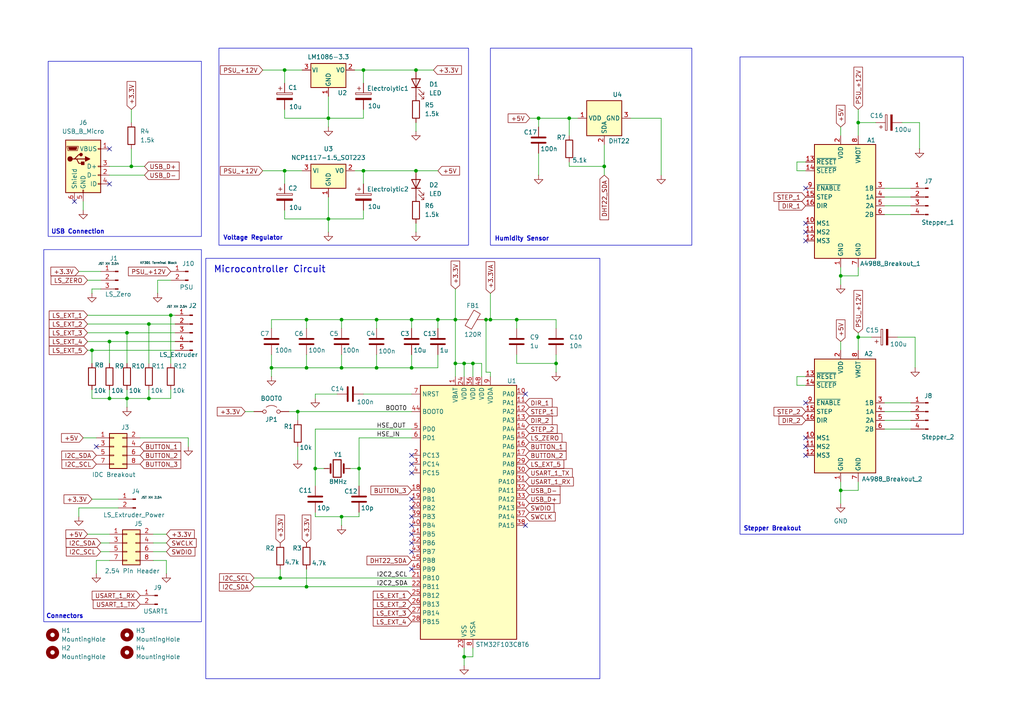
<source format=kicad_sch>
(kicad_sch (version 20231120) (generator "eeschema") (generator_version "8.0")
  (paper "A4")
  (lib_symbols
    (symbol "Connector:Conn_01x02_Pin" (pin_names (offset 1.016) hide)
      (property "Reference" "J" (at 0 2.54 0))
      (property "Value" "Conn_01x02_Pin" (at 0 -5.08 0))
      (symbol "Conn_01x02_Pin_1_1"
        (pin passive line (at 5.08 0 180) (length 3.81) (name "Pin_1") (number "1"))
        (pin passive line (at 5.08 -2.54 180) (length 3.81) (name "Pin_2") (number "2"))
      )
    )
    (symbol "Connector:Conn_01x03_Pin" (pin_names (offset 1.016) hide)
      (property "Reference" "J" (at 0 5.08 0))
      (property "Value" "Conn_01x03_Pin" (at 0 -5.08 0))
      (symbol "Conn_01x03_Pin_1_1"
        (pin passive line (at 5.08 2.54 180) (length 3.81) (name "Pin_1") (number "1"))
        (pin passive line (at 5.08 0 180) (length 3.81) (name "Pin_2") (number "2"))
        (pin passive line (at 5.08 -2.54 180) (length 3.81) (name "Pin_3") (number "3"))
      )
    )
    (symbol "Connector:Conn_01x04_Pin" (pin_names (offset 1.016) hide)
      (property "Reference" "J" (at 0 5.08 0))
      (property "Value" "Conn_01x04_Pin" (at 0 -7.62 0))
      (symbol "Conn_01x04_Pin_1_1"
        (pin passive line (at 5.08 2.54 180) (length 3.81) (name "Pin_1") (number "1"))
        (pin passive line (at 5.08 0 180) (length 3.81) (name "Pin_2") (number "2"))
        (pin passive line (at 5.08 -2.54 180) (length 3.81) (name "Pin_3") (number "3"))
        (pin passive line (at 5.08 -5.08 180) (length 3.81) (name "Pin_4") (number "4"))
      )
    )
    (symbol "Connector:Conn_01x05_Pin" (pin_names (offset 1.016) hide)
      (property "Reference" "J" (at 0 7.62 0))
      (property "Value" "Conn_01x05_Pin" (at 0 -7.62 0))
      (symbol "Conn_01x05_Pin_1_1"
        (pin passive line (at 5.08 5.08 180) (length 3.81) (name "Pin_1") (number "1"))
        (pin passive line (at 5.08 2.54 180) (length 3.81) (name "Pin_2") (number "2"))
        (pin passive line (at 5.08 0 180) (length 3.81) (name "Pin_3") (number "3"))
        (pin passive line (at 5.08 -2.54 180) (length 3.81) (name "Pin_4") (number "4"))
        (pin passive line (at 5.08 -5.08 180) (length 3.81) (name "Pin_5") (number "5"))
      )
    )
    (symbol "Connector:USB_B_Micro" (pin_names (offset 1.016))
      (property "Reference" "J" (at -5.08 11.43 0))
      (property "Value" "USB_B_Micro" (at -5.08 8.89 0))
      (symbol "USB_B_Micro_1_1"
        (pin power_out line (at 7.62 5.08 180) (length 2.54) (name "VBUS") (number "1"))
        (pin bidirectional line (at 7.62 -2.54 180) (length 2.54) (name "D-") (number "2"))
        (pin bidirectional line (at 7.62 0 180) (length 2.54) (name "D+") (number "3"))
        (pin passive line (at 7.62 -5.08 180) (length 2.54) (name "ID") (number "4"))
        (pin power_out line (at 0 -10.16 90) (length 2.54) (name "GND") (number "5"))
        (pin passive line (at -2.54 -10.16 90) (length 2.54) (name "Shield") (number "6"))
      )
    )
    (symbol "Connector_Generic:Conn_02x04_Odd_Even" (pin_names (offset 1.016) hide)
      (property "Reference" "J" (at 1.27 5.08 0))
      (property "Value" "Conn_02x04_Odd_Even" (at 1.27 -7.62 0))
      (symbol "Conn_02x04_Odd_Even_1_1"
        (pin passive line (at -5.08 2.54 0) (length 3.81) (name "Pin_1") (number "1"))
        (pin passive line (at 7.62 2.54 180) (length 3.81) (name "Pin_2") (number "2"))
        (pin passive line (at -5.08 0 0) (length 3.81) (name "Pin_3") (number "3"))
        (pin passive line (at 7.62 0 180) (length 3.81) (name "Pin_4") (number "4"))
        (pin passive line (at -5.08 -2.54 0) (length 3.81) (name "Pin_5") (number "5"))
        (pin passive line (at 7.62 -2.54 180) (length 3.81) (name "Pin_6") (number "6"))
        (pin passive line (at -5.08 -5.08 0) (length 3.81) (name "Pin_7") (number "7"))
        (pin passive line (at 7.62 -5.08 180) (length 3.81) (name "Pin_8") (number "8"))
      )
    )
    (symbol "Device:C" (pin_numbers hide) (pin_names (offset 0.254))
      (property "Reference" "C" (at 0.635 2.54 0))
      (property "Value" "C" (at 0.635 -2.54 0))
      (symbol "C_1_1"
        (pin passive line (at 0 3.81 270) (length 2.794) (name "~") (number "1"))
        (pin passive line (at 0 -3.81 90) (length 2.794) (name "~") (number "2"))
      )
    )
    (symbol "Device:C_Polarized" (pin_numbers hide) (pin_names (offset 0.254))
      (property "Reference" "C" (at 0.635 2.54 0))
      (property "Value" "C_Polarized" (at 0.635 -2.54 0))
      (symbol "C_Polarized_1_1"
        (pin passive line (at 0 3.81 270) (length 2.794) (name "~") (number "1"))
        (pin passive line (at 0 -3.81 90) (length 2.794) (name "~") (number "2"))
      )
    )
    (symbol "Device:Crystal" (pin_numbers hide) (pin_names (offset 1.016) hide)
      (property "Reference" "Y" (at 0 3.81 0))
      (property "Value" "Crystal" (at 0 -3.81 0))
      (symbol "Crystal_1_1"
        (pin passive line (at -3.81 0 0) (length 1.27) (name "1") (number "1"))
        (pin passive line (at 3.81 0 180) (length 1.27) (name "2") (number "2"))
      )
    )
    (symbol "Device:FerriteBead" (pin_numbers hide) (pin_names (offset 0))
      (property "Reference" "FB" (at -3.81 0.635 90))
      (property "Value" "FerriteBead" (at 3.81 0 90))
      (symbol "FerriteBead_1_1"
        (pin passive line (at 0 3.81 270) (length 2.54) (name "~") (number "1"))
        (pin passive line (at 0 -3.81 90) (length 2.54) (name "~") (number "2"))
      )
    )
    (symbol "Device:LED" (pin_numbers hide) (pin_names (offset 1.016) hide)
      (property "Reference" "D" (at 0 2.54 0))
      (property "Value" "LED" (at 0 -2.54 0))
      (symbol "LED_1_1"
        (pin passive line (at -3.81 0 0) (length 2.54) (name "K") (number "1"))
        (pin passive line (at 3.81 0 180) (length 2.54) (name "A") (number "2"))
      )
    )
    (symbol "Device:R" (pin_numbers hide) (pin_names (offset 0))
      (property "Reference" "R" (at 2.032 0 90))
      (property "Value" "R" (at 0 0 90))
      (symbol "R_1_1"
        (pin passive line (at 0 3.81 270) (length 1.27) (name "~") (number "1"))
        (pin passive line (at 0 -3.81 90) (length 1.27) (name "~") (number "2"))
      )
    )
    (symbol "Driver_Motor:Pololu_Breakout_A4988"
      (property "Reference" "A" (at -2.54 19.05 0))
      (property "Value" "Pololu_Breakout_A4988" (at -2.54 16.51 0))
      (symbol "Pololu_Breakout_A4988_1_1"
        (pin power_in line (at 0 -20.32 90) (length 2.54) (name "GND") (number "1"))
        (pin input line (at -10.16 -7.62 0) (length 2.54) (name "MS1") (number "10"))
        (pin input line (at -10.16 -10.16 0) (length 2.54) (name "MS2") (number "11"))
        (pin input line (at -10.16 -12.7 0) (length 2.54) (name "MS3") (number "12"))
        (pin input line (at -10.16 10.16 0) (length 2.54) (name "~{RESET}") (number "13"))
        (pin input line (at -10.16 7.62 0) (length 2.54) (name "~{SLEEP}") (number "14"))
        (pin input line (at -10.16 0 0) (length 2.54) (name "STEP") (number "15"))
        (pin input line (at -10.16 -2.54 0) (length 2.54) (name "DIR") (number "16"))
        (pin power_in line (at 0 17.78 270) (length 2.54) (name "VDD") (number "2"))
        (pin output line (at 12.7 2.54 180) (length 2.54) (name "1B") (number "3"))
        (pin output line (at 12.7 0 180) (length 2.54) (name "1A") (number "4"))
        (pin output line (at 12.7 -2.54 180) (length 2.54) (name "2A") (number "5"))
        (pin output line (at 12.7 -5.08 180) (length 2.54) (name "2B") (number "6"))
        (pin power_in line (at 5.08 -20.32 90) (length 2.54) (name "GND") (number "7"))
        (pin power_in line (at 5.08 17.78 270) (length 2.54) (name "VMOT") (number "8"))
        (pin input line (at -10.16 2.54 0) (length 2.54) (name "~{ENABLE}") (number "9"))
      )
    )
    (symbol "Jumper:Jumper_2_Open" (pin_numbers hide) (pin_names (offset 0) hide) (exclude_from_sim yes)
      (property "Reference" "JP" (at 0 2.794 0))
      (property "Value" "Jumper_2_Open" (at 0 -2.286 0))
      (symbol "Jumper_2_Open_1_1"
        (pin passive line (at -5.08 0 0) (length 2.54) (name "A") (number "1"))
        (pin passive line (at 5.08 0 180) (length 2.54) (name "B") (number "2"))
      )
    )
    (symbol "MCU_ST_STM32F1:STM32F103C8Tx"
      (property "Reference" "U" (at -12.7 39.37 0))
      (property "Value" "STM32F103C8Tx" (at 10.16 39.37 0))
      (symbol "STM32F103C8Tx_1_1"
        (pin power_in line (at -2.54 40.64 270) (length 2.54) (name "VBAT") (number "1"))
        (pin bidirectional line (at 17.78 35.56 180) (length 2.54) (name "PA0") (number "10"))
        (pin bidirectional line (at 17.78 33.02 180) (length 2.54) (name "PA1") (number "11"))
        (pin bidirectional line (at 17.78 30.48 180) (length 2.54) (name "PA2") (number "12"))
        (pin bidirectional line (at 17.78 27.94 180) (length 2.54) (name "PA3") (number "13"))
        (pin bidirectional line (at 17.78 25.4 180) (length 2.54) (name "PA4") (number "14"))
        (pin bidirectional line (at 17.78 22.86 180) (length 2.54) (name "PA5") (number "15"))
        (pin bidirectional line (at 17.78 20.32 180) (length 2.54) (name "PA6") (number "16"))
        (pin bidirectional line (at 17.78 17.78 180) (length 2.54) (name "PA7") (number "17"))
        (pin bidirectional line (at -15.24 7.62 0) (length 2.54) (name "PB0") (number "18"))
        (pin bidirectional line (at -15.24 5.08 0) (length 2.54) (name "PB1") (number "19"))
        (pin bidirectional line (at -15.24 17.78 0) (length 2.54) (name "PC13") (number "2"))
        (pin bidirectional line (at -15.24 2.54 0) (length 2.54) (name "PB2") (number "20"))
        (pin bidirectional line (at -15.24 -17.78 0) (length 2.54) (name "PB10") (number "21"))
        (pin bidirectional line (at -15.24 -20.32 0) (length 2.54) (name "PB11") (number "22"))
        (pin power_in line (at 0 -38.1 90) (length 2.54) (name "VSS") (number "23"))
        (pin power_in line (at 0 40.64 270) (length 2.54) (name "VDD") (number "24"))
        (pin bidirectional line (at -15.24 -22.86 0) (length 2.54) (name "PB12") (number "25"))
        (pin bidirectional line (at -15.24 -25.4 0) (length 2.54) (name "PB13") (number "26"))
        (pin bidirectional line (at -15.24 -27.94 0) (length 2.54) (name "PB14") (number "27"))
        (pin bidirectional line (at -15.24 -30.48 0) (length 2.54) (name "PB15") (number "28"))
        (pin bidirectional line (at 17.78 15.24 180) (length 2.54) (name "PA8") (number "29"))
        (pin bidirectional line (at -15.24 15.24 0) (length 2.54) (name "PC14") (number "3"))
        (pin bidirectional line (at 17.78 12.7 180) (length 2.54) (name "PA9") (number "30"))
        (pin bidirectional line (at 17.78 10.16 180) (length 2.54) (name "PA10") (number "31"))
        (pin bidirectional line (at 17.78 7.62 180) (length 2.54) (name "PA11") (number "32"))
        (pin bidirectional line (at 17.78 5.08 180) (length 2.54) (name "PA12") (number "33"))
        (pin bidirectional line (at 17.78 2.54 180) (length 2.54) (name "PA13") (number "34"))
        (pin passive line (at 0 -38.1 90) (length 2.54) hide (name "VSS") (number "35"))
        (pin power_in line (at 2.54 40.64 270) (length 2.54) (name "VDD") (number "36"))
        (pin bidirectional line (at 17.78 0 180) (length 2.54) (name "PA14") (number "37"))
        (pin bidirectional line (at 17.78 -2.54 180) (length 2.54) (name "PA15") (number "38"))
        (pin bidirectional line (at -15.24 0 0) (length 2.54) (name "PB3") (number "39"))
        (pin bidirectional line (at -15.24 12.7 0) (length 2.54) (name "PC15") (number "4"))
        (pin bidirectional line (at -15.24 -2.54 0) (length 2.54) (name "PB4") (number "40"))
        (pin bidirectional line (at -15.24 -5.08 0) (length 2.54) (name "PB5") (number "41"))
        (pin bidirectional line (at -15.24 -7.62 0) (length 2.54) (name "PB6") (number "42"))
        (pin bidirectional line (at -15.24 -10.16 0) (length 2.54) (name "PB7") (number "43"))
        (pin input line (at -15.24 30.48 0) (length 2.54) (name "BOOT0") (number "44"))
        (pin bidirectional line (at -15.24 -12.7 0) (length 2.54) (name "PB8") (number "45"))
        (pin bidirectional line (at -15.24 -15.24 0) (length 2.54) (name "PB9") (number "46"))
        (pin passive line (at 0 -38.1 90) (length 2.54) hide (name "VSS") (number "47"))
        (pin power_in line (at 5.08 40.64 270) (length 2.54) (name "VDD") (number "48"))
        (pin bidirectional line (at -15.24 25.4 0) (length 2.54) (name "PD0") (number "5"))
        (pin bidirectional line (at -15.24 22.86 0) (length 2.54) (name "PD1") (number "6"))
        (pin input line (at -15.24 35.56 0) (length 2.54) (name "NRST") (number "7"))
        (pin power_in line (at 2.54 -38.1 90) (length 2.54) (name "VSSA") (number "8"))
        (pin power_in line (at 7.62 40.64 270) (length 2.54) (name "VDDA") (number "9"))
      )
    )
    (symbol "Mechanical:MountingHole" (pin_names (offset 1.016)) (exclude_from_sim yes) (in_bom no)
      (property "Reference" "H" (at 0 5.08 0))
      (property "Value" "MountingHole" (at 0 3.175 0))
    )
    (symbol "Regulator_Linear:LM1085-3.3" (pin_names (offset 0.254))
      (property "Reference" "U" (at -3.81 3.175 0))
      (property "Value" "LM1085-3.3" (at 0 3.175 0))
      (symbol "LM1085-3.3_1_1"
        (pin power_in line (at 0 -7.62 90) (length 2.54) (name "GND") (number "1"))
        (pin power_out line (at 7.62 0 180) (length 2.54) (name "VO") (number "2"))
        (pin power_in line (at -7.62 0 0) (length 2.54) (name "VI") (number "3"))
      )
    )
    (symbol "Regulator_Linear:NCP1117-1.5_SOT223"
      (property "Reference" "U" (at -3.81 3.175 0))
      (property "Value" "NCP1117-1.5_SOT223" (at 0 3.175 0))
      (symbol "NCP1117-1.5_SOT223_1_1"
        (pin power_in line (at 0 -7.62 90) (length 2.54) (name "GND") (number "1"))
        (pin power_out line (at 7.62 0 180) (length 2.54) (name "VO") (number "2"))
        (pin power_in line (at -7.62 0 0) (length 2.54) (name "VI") (number "3"))
      )
    )
    (symbol "Sensor:AM2302"
      (property "Reference" "U" (at -3.81 6.35 0))
      (property "Value" "AM2302" (at 3.81 6.35 0))
      (symbol "AM2302_1_1"
        (pin power_in line (at 0 7.62 270) (length 2.54) (name "VDD") (number "1"))
        (pin bidirectional line (at 7.62 0 180) (length 2.54) (name "SDA") (number "2"))
        (pin power_in line (at 0 -7.62 90) (length 2.54) (name "GND") (number "3"))
        (pin passive line (at 0 -7.62 90) (length 2.54) hide (name "GND") (number "4"))
      )
    )
    (symbol "power:GND" (power) (pin_numbers hide) (pin_names (offset 0) hide)
      (property "Value" "GND" (at 0 -3.81 0))
      (symbol "GND_1_1"
        (pin power_in line (at 0 0 270) (length 0) (name "~") (number "1"))
      )
    )
  )
  (junction (at 38.1 48.26))
  (junction (at 120.65 49.53))
  (junction (at 175.26 48.26))
  (junction (at 137.16 105.41))
  (junction (at 88.9 170.18))
  (junction (at 99.06 149.86))
  (junction (at 26.67 101.6))
  (junction (at 132.08 92.71))
  (junction (at 142.24 92.71))
  (junction (at 99.06 92.71))
  (junction (at 91.44 135.89))
  (junction (at 105.41 20.32))
  (junction (at 243.84 142.24))
  (junction (at 120.65 20.32))
  (junction (at 243.84 80.01))
  (junction (at 134.62 190.5))
  (junction (at 43.18 93.98))
  (junction (at 86.36 119.38))
  (junction (at 88.9 106.68))
  (junction (at 31.75 115.57))
  (junction (at 36.83 96.52))
  (junction (at 165.1 34.29))
  (junction (at 95.25 34.29))
  (junction (at 119.38 92.71))
  (junction (at 119.38 106.68))
  (junction (at 140.97 92.71))
  (junction (at 156.21 34.29))
  (junction (at 104.14 135.89))
  (junction (at 88.9 92.71))
  (junction (at 248.92 97.79))
  (junction (at 36.83 115.57))
  (junction (at 82.55 49.53))
  (junction (at 161.29 105.41))
  (junction (at 109.22 92.71))
  (junction (at 105.41 49.53))
  (junction (at 132.08 105.41))
  (junction (at 31.75 99.06))
  (junction (at 95.25 63.5))
  (junction (at 134.62 105.41))
  (junction (at 127 92.71))
  (junction (at 248.92 35.56))
  (junction (at 109.22 106.68))
  (junction (at 81.28 167.64))
  (junction (at 149.86 92.71))
  (junction (at 43.18 115.57))
  (junction (at 99.06 106.68))
  (junction (at 49.53 91.44))
  (junction (at 78.74 106.68))
  (junction (at 82.55 20.32))
  (no_connect (at 233.68 64.77))
  (no_connect (at 31.75 53.34))
  (no_connect (at 27.94 129.54))
  (no_connect (at 233.68 129.54))
  (no_connect (at 233.68 132.08))
  (no_connect (at 233.68 54.61))
  (no_connect (at 119.38 134.62))
  (no_connect (at 233.68 116.84))
  (no_connect (at 119.38 152.4))
  (no_connect (at 119.38 144.78))
  (no_connect (at 233.68 67.31))
  (no_connect (at 119.38 160.02))
  (no_connect (at 119.38 147.32))
  (no_connect (at 21.59 58.42))
  (no_connect (at 119.38 165.1))
  (no_connect (at 119.38 137.16))
  (no_connect (at 233.68 69.85))
  (no_connect (at 119.38 157.48))
  (no_connect (at 119.38 154.94))
  (no_connect (at 119.38 132.08))
  (no_connect (at 119.38 149.86))
  (no_connect (at 152.4 114.3))
  (no_connect (at 31.75 43.18))
  (no_connect (at 233.68 127))
  (no_connect (at 152.4 152.4))
  (wire (pts (xy 86.36 119.38) (xy 86.36 121.92)))
  (wire (pts (xy 81.28 165.1) (xy 81.28 167.64)))
  (wire (pts (xy 95.25 34.29) (xy 95.25 36.83)))
  (wire (pts (xy 105.41 49.53) (xy 120.65 49.53)))
  (wire (pts (xy 256.54 116.84) (xy 264.16 116.84)))
  (wire (pts (xy 119.38 92.71) (xy 127 92.71)))
  (wire (pts (xy 156.21 34.29) (xy 156.21 36.83)))
  (wire (pts (xy 165.1 34.29) (xy 165.1 39.37)))
  (wire (pts (xy 134.62 187.96) (xy 134.62 190.5)))
  (wire (pts (xy 43.18 93.98) (xy 50.8 93.98)))
  (wire (pts (xy 127 106.68) (xy 119.38 106.68)))
  (wire (pts (xy 132.08 92.71) (xy 133.35 92.71)))
  (wire (pts (xy 88.9 92.71) (xy 99.06 92.71)))
  (wire (pts (xy 105.41 20.32) (xy 120.65 20.32)))
  (wire (pts (xy 86.36 119.38) (xy 119.38 119.38)))
  (wire (pts (xy 132.08 83.82) (xy 132.08 92.71)))
  (wire (pts (xy 243.84 77.47) (xy 243.84 80.01)))
  (wire (pts (xy 91.44 149.86) (xy 99.06 149.86)))
  (wire (pts (xy 49.53 91.44) (xy 49.53 105.41)))
  (wire (pts (xy 105.41 63.5) (xy 105.41 60.96)))
  (wire (pts (xy 43.18 115.57) (xy 36.83 115.57)))
  (wire (pts (xy 91.44 124.46) (xy 119.38 124.46)))
  (wire (pts (xy 45.72 81.28) (xy 45.72 85.09)))
  (wire (pts (xy 73.66 170.18) (xy 88.9 170.18)))
  (wire (pts (xy 256.54 124.46) (xy 264.16 124.46)))
  (wire (pts (xy 27.94 162.56) (xy 27.94 166.37)))
  (wire (pts (xy 231.14 111.76) (xy 231.14 109.22)))
  (wire (pts (xy 140.97 92.71) (xy 142.24 92.71)))
  (wire (pts (xy 36.83 96.52) (xy 50.8 96.52)))
  (wire (pts (xy 140.97 107.95) (xy 140.97 92.71)))
  (wire (pts (xy 161.29 95.25) (xy 161.29 92.71)))
  (wire (pts (xy 31.75 99.06) (xy 50.8 99.06)))
  (wire (pts (xy 120.65 64.77) (xy 120.65 67.31)))
  (wire (pts (xy 95.25 63.5) (xy 95.25 67.31)))
  (wire (pts (xy 95.25 57.15) (xy 95.25 63.5)))
  (wire (pts (xy 137.16 109.22) (xy 137.16 105.41)))
  (wire (pts (xy 31.75 115.57) (xy 36.83 115.57)))
  (wire (pts (xy 25.4 96.52) (xy 36.83 96.52)))
  (wire (pts (xy 31.75 162.56) (xy 27.94 162.56)))
  (wire (pts (xy 248.92 77.47) (xy 248.92 80.01)))
  (wire (pts (xy 26.67 115.57) (xy 31.75 115.57)))
  (wire (pts (xy 165.1 34.29) (xy 167.64 34.29)))
  (wire (pts (xy 25.4 99.06) (xy 31.75 99.06)))
  (wire (pts (xy 76.2 20.32) (xy 82.55 20.32)))
  (wire (pts (xy 101.6 135.89) (xy 104.14 135.89)))
  (wire (pts (xy 36.83 115.57) (xy 36.83 118.11)))
  (wire (pts (xy 233.68 111.76) (xy 231.14 111.76)))
  (wire (pts (xy 82.55 34.29) (xy 82.55 31.75)))
  (wire (pts (xy 25.4 101.6) (xy 26.67 101.6)))
  (wire (pts (xy 78.74 106.68) (xy 78.74 109.22)))
  (wire (pts (xy 38.1 48.26) (xy 41.91 48.26)))
  (wire (pts (xy 34.29 147.32) (xy 22.86 147.32)))
  (wire (pts (xy 31.75 113.03) (xy 31.75 115.57)))
  (wire (pts (xy 38.1 31.75) (xy 38.1 35.56)))
  (wire (pts (xy 104.14 135.89) (xy 104.14 140.97)))
  (wire (pts (xy 44.45 157.48) (xy 48.26 157.48)))
  (wire (pts (xy 88.9 170.18) (xy 119.38 170.18)))
  (wire (pts (xy 91.44 124.46) (xy 91.44 135.89)))
  (wire (pts (xy 31.75 99.06) (xy 31.75 105.41)))
  (wire (pts (xy 105.41 63.5) (xy 95.25 63.5)))
  (wire (pts (xy 231.14 46.99) (xy 233.68 46.99)))
  (wire (pts (xy 22.86 147.32) (xy 22.86 149.86)))
  (wire (pts (xy 76.2 49.53) (xy 82.55 49.53)))
  (wire (pts (xy 102.87 49.53) (xy 105.41 49.53)))
  (wire (pts (xy 256.54 59.69) (xy 264.16 59.69)))
  (wire (pts (xy 43.18 93.98) (xy 43.18 105.41)))
  (wire (pts (xy 49.53 91.44) (xy 50.8 91.44)))
  (wire (pts (xy 248.92 31.75) (xy 248.92 35.56)))
  (wire (pts (xy 105.41 49.53) (xy 105.41 53.34)))
  (wire (pts (xy 36.83 96.52) (xy 36.83 105.41)))
  (wire (pts (xy 105.41 34.29) (xy 95.25 34.29)))
  (wire (pts (xy 22.86 78.74) (xy 29.21 78.74)))
  (wire (pts (xy 149.86 105.41) (xy 161.29 105.41)))
  (wire (pts (xy 82.55 20.32) (xy 87.63 20.32)))
  (wire (pts (xy 26.67 144.78) (xy 34.29 144.78)))
  (wire (pts (xy 243.84 36.83) (xy 243.84 39.37)))
  (wire (pts (xy 243.84 139.7) (xy 243.84 142.24)))
  (wire (pts (xy 99.06 95.25) (xy 99.06 92.71)))
  (wire (pts (xy 81.28 167.64) (xy 119.38 167.64)))
  (wire (pts (xy 91.44 114.3) (xy 97.79 114.3)))
  (wire (pts (xy 78.74 102.87) (xy 78.74 106.68)))
  (wire (pts (xy 86.36 129.54) (xy 86.36 133.35)))
  (wire (pts (xy 142.24 85.09) (xy 142.24 92.71)))
  (wire (pts (xy 105.41 114.3) (xy 119.38 114.3)))
  (wire (pts (xy 99.06 102.87) (xy 99.06 106.68)))
  (wire (pts (xy 233.68 49.53) (xy 231.14 49.53)))
  (wire (pts (xy 243.84 80.01) (xy 243.84 82.55)))
  (wire (pts (xy 24.13 127) (xy 27.94 127)))
  (wire (pts (xy 29.21 157.48) (xy 31.75 157.48)))
  (wire (pts (xy 132.08 92.71) (xy 132.08 105.41)))
  (wire (pts (xy 132.08 105.41) (xy 134.62 105.41)))
  (wire (pts (xy 25.4 81.28) (xy 29.21 81.28)))
  (wire (pts (xy 49.53 81.28) (xy 45.72 81.28)))
  (wire (pts (xy 109.22 106.68) (xy 119.38 106.68)))
  (wire (pts (xy 54.61 127) (xy 54.61 129.54)))
  (wire (pts (xy 104.14 149.86) (xy 99.06 149.86)))
  (wire (pts (xy 243.84 99.06) (xy 243.84 101.6)))
  (wire (pts (xy 26.67 101.6) (xy 50.8 101.6)))
  (wire (pts (xy 48.26 166.37) (xy 48.26 162.56)))
  (wire (pts (xy 83.82 119.38) (xy 86.36 119.38)))
  (wire (pts (xy 102.87 20.32) (xy 105.41 20.32)))
  (wire (pts (xy 248.92 142.24) (xy 243.84 142.24)))
  (wire (pts (xy 231.14 49.53) (xy 231.14 46.99)))
  (wire (pts (xy 127 102.87) (xy 127 106.68)))
  (wire (pts (xy 132.08 105.41) (xy 132.08 109.22)))
  (wire (pts (xy 109.22 92.71) (xy 109.22 95.25)))
  (wire (pts (xy 88.9 102.87) (xy 88.9 106.68)))
  (wire (pts (xy 161.29 92.71) (xy 149.86 92.71)))
  (wire (pts (xy 248.92 96.52) (xy 248.92 97.79)))
  (wire (pts (xy 26.67 83.82) (xy 26.67 85.09)))
  (wire (pts (xy 137.16 105.41) (xy 134.62 105.41)))
  (wire (pts (xy 71.12 119.38) (xy 73.66 119.38)))
  (wire (pts (xy 161.29 102.87) (xy 161.29 105.41)))
  (wire (pts (xy 137.16 190.5) (xy 134.62 190.5)))
  (wire (pts (xy 134.62 109.22) (xy 134.62 105.41)))
  (wire (pts (xy 99.06 106.68) (xy 88.9 106.68)))
  (wire (pts (xy 142.24 107.95) (xy 142.24 109.22)))
  (wire (pts (xy 82.55 24.13) (xy 82.55 20.32)))
  (wire (pts (xy 88.9 95.25) (xy 88.9 92.71)))
  (wire (pts (xy 25.4 154.94) (xy 31.75 154.94)))
  (wire (pts (xy 25.4 93.98) (xy 43.18 93.98)))
  (wire (pts (xy 104.14 127) (xy 119.38 127)))
  (wire (pts (xy 26.67 113.03) (xy 26.67 115.57)))
  (wire (pts (xy 99.06 149.86) (xy 99.06 152.4)))
  (wire (pts (xy 29.21 83.82) (xy 26.67 83.82)))
  (wire (pts (xy 256.54 54.61) (xy 264.16 54.61)))
  (wire (pts (xy 175.26 48.26) (xy 175.26 50.8)))
  (wire (pts (xy 95.25 27.94) (xy 95.25 34.29)))
  (wire (pts (xy 73.66 167.64) (xy 81.28 167.64)))
  (wire (pts (xy 40.64 127) (xy 54.61 127)))
  (wire (pts (xy 109.22 102.87) (xy 109.22 106.68)))
  (wire (pts (xy 265.43 97.79) (xy 265.43 106.68)))
  (wire (pts (xy 109.22 106.68) (xy 99.06 106.68)))
  (wire (pts (xy 119.38 102.87) (xy 119.38 106.68)))
  (wire (pts (xy 82.55 63.5) (xy 95.25 63.5)))
  (wire (pts (xy 38.1 43.18) (xy 38.1 48.26)))
  (wire (pts (xy 261.62 35.56) (xy 266.7 35.56)))
  (wire (pts (xy 91.44 115.57) (xy 91.44 114.3)))
  (wire (pts (xy 260.35 97.79) (xy 265.43 97.79)))
  (wire (pts (xy 137.16 187.96) (xy 137.16 190.5)))
  (wire (pts (xy 165.1 48.26) (xy 175.26 48.26)))
  (wire (pts (xy 24.13 58.42) (xy 24.13 60.96)))
  (wire (pts (xy 91.44 148.59) (xy 91.44 149.86)))
  (wire (pts (xy 109.22 92.71) (xy 119.38 92.71)))
  (wire (pts (xy 82.55 49.53) (xy 82.55 53.34)))
  (wire (pts (xy 175.26 41.91) (xy 175.26 48.26)))
  (wire (pts (xy 252.73 97.79) (xy 248.92 97.79)))
  (wire (pts (xy 134.62 190.5) (xy 134.62 193.04)))
  (wire (pts (xy 49.53 115.57) (xy 43.18 115.57)))
  (wire (pts (xy 78.74 92.71) (xy 88.9 92.71)))
  (wire (pts (xy 43.18 113.03) (xy 43.18 115.57)))
  (wire (pts (xy 142.24 107.95) (xy 140.97 107.95)))
  (wire (pts (xy 31.75 48.26) (xy 38.1 48.26)))
  (wire (pts (xy 248.92 139.7) (xy 248.92 142.24)))
  (wire (pts (xy 82.55 34.29) (xy 95.25 34.29)))
  (wire (pts (xy 88.9 165.1) (xy 88.9 170.18)))
  (wire (pts (xy 29.21 160.02) (xy 31.75 160.02)))
  (wire (pts (xy 44.45 154.94) (xy 48.26 154.94)))
  (wire (pts (xy 139.7 109.22) (xy 139.7 105.41)))
  (wire (pts (xy 161.29 105.41) (xy 161.29 107.95)))
  (wire (pts (xy 149.86 95.25) (xy 149.86 92.71)))
  (wire (pts (xy 87.63 49.53) (xy 82.55 49.53)))
  (wire (pts (xy 93.98 135.89) (xy 91.44 135.89)))
  (wire (pts (xy 91.44 135.89) (xy 91.44 140.97)))
  (wire (pts (xy 256.54 119.38) (xy 264.16 119.38)))
  (wire (pts (xy 31.75 50.8) (xy 41.91 50.8)))
  (wire (pts (xy 256.54 121.92) (xy 264.16 121.92)))
  (wire (pts (xy 48.26 162.56) (xy 44.45 162.56)))
  (wire (pts (xy 104.14 127) (xy 104.14 135.89)))
  (wire (pts (xy 256.54 57.15) (xy 264.16 57.15)))
  (wire (pts (xy 243.84 142.24) (xy 243.84 146.05)))
  (wire (pts (xy 156.21 44.45) (xy 156.21 50.8)))
  (wire (pts (xy 105.41 20.32) (xy 105.41 24.13)))
  (wire (pts (xy 182.88 34.29) (xy 191.77 34.29)))
  (wire (pts (xy 137.16 105.41) (xy 139.7 105.41)))
  (wire (pts (xy 99.06 92.71) (xy 109.22 92.71)))
  (wire (pts (xy 44.45 160.02) (xy 48.26 160.02)))
  (wire (pts (xy 82.55 63.5) (xy 82.55 60.96)))
  (wire (pts (xy 156.21 34.29) (xy 165.1 34.29)))
  (wire (pts (xy 119.38 95.25) (xy 119.38 92.71)))
  (wire (pts (xy 248.92 35.56) (xy 254 35.56)))
  (wire (pts (xy 153.67 34.29) (xy 156.21 34.29)))
  (wire (pts (xy 120.65 49.53) (xy 127 49.53)))
  (wire (pts (xy 78.74 95.25) (xy 78.74 92.71)))
  (wire (pts (xy 25.4 91.44) (xy 49.53 91.44)))
  (wire (pts (xy 88.9 106.68) (xy 78.74 106.68)))
  (wire (pts (xy 104.14 148.59) (xy 104.14 149.86)))
  (wire (pts (xy 105.41 34.29) (xy 105.41 31.75)))
  (wire (pts (xy 26.67 101.6) (xy 26.67 105.41)))
  (wire (pts (xy 231.14 109.22) (xy 233.68 109.22)))
  (wire (pts (xy 165.1 46.99) (xy 165.1 48.26)))
  (wire (pts (xy 191.77 34.29) (xy 191.77 50.8)))
  (wire (pts (xy 248.92 35.56) (xy 248.92 39.37)))
  (wire (pts (xy 120.65 35.56) (xy 120.65 38.1)))
  (wire (pts (xy 127 92.71) (xy 127 95.25)))
  (wire (pts (xy 36.83 113.03) (xy 36.83 115.57)))
  (wire (pts (xy 149.86 92.71) (xy 142.24 92.71)))
  (wire (pts (xy 127 92.71) (xy 132.08 92.71)))
  (wire (pts (xy 120.65 20.32) (xy 125.73 20.32)))
  (wire (pts (xy 49.53 113.03) (xy 49.53 115.57)))
  (wire (pts (xy 256.54 62.23) (xy 264.16 62.23)))
  (wire (pts (xy 149.86 102.87) (xy 149.86 105.41)))
  (wire (pts (xy 248.92 80.01) (xy 243.84 80.01)))
  (wire (pts (xy 248.92 97.79) (xy 248.92 101.6)))
  (wire (pts (xy 266.7 35.56) (xy 266.7 43.18)))
  (rectangle (start 13.97 17.78) (end 58.42 68.58))
  (rectangle (start 12.7 72.39) (end 58.42 180.34))
  (rectangle (start 59.69 74.93) (end 173.99 196.85))
  (rectangle (start 63.5 13.97) (end 135.89 71.12))
  (rectangle (start 142.24 13.97) (end 200.66 71.12))
  (rectangle (start 214.63 16.51) (end 279.4 154.94))
  (text "Connectors" (at 18.796 178.816 0) (effects (font (size 1.27 1.27) (thickness 0.254) (bold yes))))
  (text "JST XH 2.54" (at 31.496 76.708 0) (effects (font (size 0.635 0.635))))
  (text "USB Connection" (at 22.606 67.31 0) (effects (font (size 1.27 1.27) (thickness 0.254) (bold yes))))
  (text "KF301 Terminal Block" (at 45.974 76.454 0) (effects (font (size 0.635 0.635))))
  (text "Humidity Sensor" (at 151.384 69.342 0) (effects (font (size 1.27 1.27) (thickness 0.254) (bold yes))))
  (text "JST XH 2.54" (at 51.308 89.154 0) (effects (font (size 0.635 0.635))))
  (text "Stepper Breakout" (at 224.028 153.416 0) (effects (font (size 1.27 1.27) (thickness 0.254) (bold yes))))
  (text "JST XH 2.54" (at 43.942 144.526 0) (effects (font (size 0.635 0.635))))
  (text "Microcontroller Circuit" (at 78.232 78.232 0) (effects (font (size 1.905 1.905) (thickness 0.254) (bold yes))))
  (text "Voltage Regulator" (at 73.406 69.088 0) (effects (font (size 1.27 1.27) (thickness 0.254) (bold yes))))
  (label "I2C2_SDA" (at 109.22 170.18 0) (effects (font (thickness 0.1588))))
  (label "HSE_IN" (at 109.22 127 0))
  (label "BOOT0" (at 111.76 119.38 0))
  (label "I2C2_SCL" (at 109.22 167.64 0) (effects (font (thickness 0.1588))))
  (label "HSE_OUT" (at 109.22 124.46 0))
  (global_label "SWDIO" (shape input) (at 48.26 160.02 0) (property "Intersheetrefs" "${INTERSHEET_REFS}" (effects (hide yes))))
  (global_label "+3.3V" (shape input) (at 125.73 20.32 0) (property "Intersheetrefs" "${INTERSHEET_REFS}" (effects (hide yes))))
  (global_label "DIR_1" (shape input) (at 233.68 59.69 180) (property "Intersheetrefs" "${INTERSHEET_REFS}" (effects (hide yes))))
  (global_label "LS_EXT_5" (shape input) (at 25.4 101.6 180) (effects (font (thickness 0.1588))) (property "Intersheetrefs" "${INTERSHEET_REFS}" (effects (hide yes))))
  (global_label "DHT22_SDA" (shape input) (at 119.38 162.56 180) (effects (font (thickness 0.1588))) (property "Intersheetrefs" "${INTERSHEET_REFS}" (effects (hide yes))))
  (global_label "PSU_+12V" (shape input) (at 76.2 20.32 180) (property "Intersheetrefs" "${INTERSHEET_REFS}" (effects (hide yes))))
  (global_label "+5V" (shape input) (at 243.84 36.83 90) (property "Intersheetrefs" "${INTERSHEET_REFS}" (effects (hide yes))))
  (global_label "BUTTON_2" (shape input) (at 152.4 132.08 0) (property "Intersheetrefs" "${INTERSHEET_REFS}" (effects (hide yes))))
  (global_label "USB_D+" (shape input) (at 152.4 144.78 0) (property "Intersheetrefs" "${INTERSHEET_REFS}" (effects (hide yes))))
  (global_label "DIR_1" (shape input) (at 152.4 116.84 0) (property "Intersheetrefs" "${INTERSHEET_REFS}" (effects (hide yes))))
  (global_label "DHT22_SDA" (shape input) (at 175.26 50.8 270) (effects (font (thickness 0.1588))) (property "Intersheetrefs" "${INTERSHEET_REFS}" (effects (hide yes))))
  (global_label "+3.3VA" (shape input) (at 142.24 85.09 90) (property "Intersheetrefs" "${INTERSHEET_REFS}" (effects (hide yes))))
  (global_label "BUTTON_3" (shape input) (at 119.38 142.24 180) (property "Intersheetrefs" "${INTERSHEET_REFS}" (effects (hide yes))))
  (global_label "+5V" (shape input) (at 25.4 154.94 180) (property "Intersheetrefs" "${INTERSHEET_REFS}" (effects (hide yes))))
  (global_label "I2C_SDA" (shape input) (at 29.21 157.48 180) (property "Intersheetrefs" "${INTERSHEET_REFS}" (effects (hide yes))))
  (global_label "+5V" (shape input) (at 24.13 127 180) (property "Intersheetrefs" "${INTERSHEET_REFS}" (effects (hide yes))))
  (global_label "USB_D-" (shape input) (at 152.4 142.24 0) (property "Intersheetrefs" "${INTERSHEET_REFS}" (effects (hide yes))))
  (global_label "STEP_2" (shape input) (at 233.68 119.38 180) (property "Intersheetrefs" "${INTERSHEET_REFS}" (effects (hide yes))))
  (global_label "+5V" (shape input) (at 243.84 99.06 90) (property "Intersheetrefs" "${INTERSHEET_REFS}" (effects (hide yes))))
  (global_label "+3.3V" (shape input) (at 71.12 119.38 180) (property "Intersheetrefs" "${INTERSHEET_REFS}" (effects (hide yes))))
  (global_label "STEP_1" (shape input) (at 152.4 119.38 0) (property "Intersheetrefs" "${INTERSHEET_REFS}" (effects (hide yes))))
  (global_label "+3.3V" (shape input) (at 81.28 157.48 90) (property "Intersheetrefs" "${INTERSHEET_REFS}" (effects (hide yes))))
  (global_label "I2C_SCL" (shape input) (at 29.21 160.02 180) (property "Intersheetrefs" "${INTERSHEET_REFS}" (effects (hide yes))))
  (global_label "I2C_SCL" (shape input) (at 27.94 134.62 180) (property "Intersheetrefs" "${INTERSHEET_REFS}" (effects (hide yes))))
  (global_label "LS_EXT_3" (shape input) (at 119.38 177.8 180) (effects (font (thickness 0.1588))) (property "Intersheetrefs" "${INTERSHEET_REFS}" (effects (hide yes))))
  (global_label "LS_EXT_4" (shape input) (at 119.38 180.34 180) (effects (font (thickness 0.1588))) (property "Intersheetrefs" "${INTERSHEET_REFS}" (effects (hide yes))))
  (global_label "LS_ZERO" (shape input) (at 152.4 127 0) (property "Intersheetrefs" "${INTERSHEET_REFS}" (effects (hide yes))))
  (global_label "+3.3V" (shape input) (at 48.26 154.94 0) (effects (font (thickness 0.1588))) (property "Intersheetrefs" "${INTERSHEET_REFS}" (effects (hide yes))))
  (global_label "LS_EXT_1" (shape input) (at 119.38 172.72 180) (effects (font (thickness 0.1588))) (property "Intersheetrefs" "${INTERSHEET_REFS}" (effects (hide yes))))
  (global_label "+3.3V" (shape input) (at 132.08 83.82 90) (property "Intersheetrefs" "${INTERSHEET_REFS}" (effects (hide yes))))
  (global_label "LS_EXT_3" (shape input) (at 25.4 96.52 180) (effects (font (thickness 0.1588))) (property "Intersheetrefs" "${INTERSHEET_REFS}" (effects (hide yes))))
  (global_label "USART_1_RX" (shape input) (at 152.4 139.7 0) (property "Intersheetrefs" "${INTERSHEET_REFS}" (effects (hide yes))))
  (global_label "+5V" (shape input) (at 127 49.53 0) (property "Intersheetrefs" "${INTERSHEET_REFS}" (effects (hide yes))))
  (global_label "PSU_+12V" (shape input) (at 248.92 96.52 90) (property "Intersheetrefs" "${INTERSHEET_REFS}" (effects (hide yes))))
  (global_label "PSU_+12V" (shape input) (at 248.92 31.75 90) (property "Intersheetrefs" "${INTERSHEET_REFS}" (effects (hide yes))))
  (global_label "LS_ZERO" (shape input) (at 25.4 81.28 180) (property "Intersheetrefs" "${INTERSHEET_REFS}" (effects (hide yes))))
  (global_label "I2C_SDA" (shape input) (at 73.66 170.18 180) (property "Intersheetrefs" "${INTERSHEET_REFS}" (effects (hide yes))))
  (global_label "PSU_+12V" (shape input) (at 49.53 78.74 180) (property "Intersheetrefs" "${INTERSHEET_REFS}" (effects (hide yes))))
  (global_label "I2C_SDA" (shape input) (at 27.94 132.08 180) (property "Intersheetrefs" "${INTERSHEET_REFS}" (effects (hide yes))))
  (global_label "USB_D-" (shape input) (at 41.91 50.8 0) (property "Intersheetrefs" "${INTERSHEET_REFS}" (effects (hide yes))))
  (global_label "+5V" (shape input) (at 153.67 34.29 180) (property "Intersheetrefs" "${INTERSHEET_REFS}" (effects (hide yes))))
  (global_label "LS_EXT_1" (shape input) (at 25.4 91.44 180) (effects (font (thickness 0.1588))) (property "Intersheetrefs" "${INTERSHEET_REFS}" (effects (hide yes))))
  (global_label "+3.3V" (shape input) (at 26.67 144.78 180) (property "Intersheetrefs" "${INTERSHEET_REFS}" (effects (hide yes))))
  (global_label "PSU_+12V" (shape input) (at 76.2 49.53 180) (property "Intersheetrefs" "${INTERSHEET_REFS}" (effects (hide yes))))
  (global_label "+3.3V" (shape input) (at 88.9 157.48 90) (property "Intersheetrefs" "${INTERSHEET_REFS}" (effects (hide yes))))
  (global_label "+3.3V" (shape input) (at 38.1 31.75 90) (property "Intersheetrefs" "${INTERSHEET_REFS}" (effects (hide yes))))
  (global_label "USART_1_TX" (shape input) (at 40.64 175.26 180) (property "Intersheetrefs" "${INTERSHEET_REFS}" (effects (hide yes))))
  (global_label "STEP_2" (shape input) (at 152.4 124.46 0) (property "Intersheetrefs" "${INTERSHEET_REFS}" (effects (hide yes))))
  (global_label "SWCLK" (shape input) (at 152.4 149.86 0) (property "Intersheetrefs" "${INTERSHEET_REFS}" (effects (hide yes))))
  (global_label "+3.3V" (shape input) (at 22.86 78.74 180) (property "Intersheetrefs" "${INTERSHEET_REFS}" (effects (hide yes))))
  (global_label "LS_EXT_4" (shape input) (at 25.4 99.06 180) (effects (font (thickness 0.1588))) (property "Intersheetrefs" "${INTERSHEET_REFS}" (effects (hide yes))))
  (global_label "BUTTON_2" (shape input) (at 40.64 132.08 0) (property "Intersheetrefs" "${INTERSHEET_REFS}" (effects (hide yes))))
  (global_label "LS_EXT_5" (shape input) (at 152.4 134.62 0) (effects (font (thickness 0.1588))) (property "Intersheetrefs" "${INTERSHEET_REFS}" (effects (hide yes))))
  (global_label "USB_D+" (shape input) (at 41.91 48.26 0) (property "Intersheetrefs" "${INTERSHEET_REFS}" (effects (hide yes))))
  (global_label "I2C_SCL" (shape input) (at 73.66 167.64 180) (property "Intersheetrefs" "${INTERSHEET_REFS}" (effects (hide yes))))
  (global_label "STEP_1" (shape input) (at 233.68 57.15 180) (property "Intersheetrefs" "${INTERSHEET_REFS}" (effects (hide yes))))
  (global_label "LS_EXT_2" (shape input) (at 119.38 175.26 180) (effects (font (thickness 0.1588))) (property "Intersheetrefs" "${INTERSHEET_REFS}" (effects (hide yes))))
  (global_label "BUTTON_3" (shape input) (at 40.64 134.62 0) (property "Intersheetrefs" "${INTERSHEET_REFS}" (effects (hide yes))))
  (global_label "SWCLK" (shape input) (at 48.26 157.48 0) (property "Intersheetrefs" "${INTERSHEET_REFS}" (effects (hide yes))))
  (global_label "USART_1_RX" (shape input) (at 40.64 172.72 180) (property "Intersheetrefs" "${INTERSHEET_REFS}" (effects (hide yes))))
  (global_label "DIR_2" (shape input) (at 152.4 121.92 0) (property "Intersheetrefs" "${INTERSHEET_REFS}" (effects (hide yes))))
  (global_label "DIR_2" (shape input) (at 233.68 121.92 180) (property "Intersheetrefs" "${INTERSHEET_REFS}" (effects (hide yes))))
  (global_label "USART_1_TX" (shape input) (at 152.4 137.16 0) (property "Intersheetrefs" "${INTERSHEET_REFS}" (effects (hide yes))))
  (global_label "BUTTON_1" (shape input) (at 152.4 129.54 0) (property "Intersheetrefs" "${INTERSHEET_REFS}" (effects (hide yes))))
  (global_label "SWDIO" (shape input) (at 152.4 147.32 0) (property "Intersheetrefs" "${INTERSHEET_REFS}" (effects (hide yes))))
  (global_label "BUTTON_1" (shape input) (at 40.64 129.54 0) (property "Intersheetrefs" "${INTERSHEET_REFS}" (effects (hide yes))))
  (global_label "LS_EXT_2" (shape input) (at 25.4 93.98 180) (effects (font (thickness 0.1588))) (property "Intersheetrefs" "${INTERSHEET_REFS}" (effects (hide yes))))
  (symbol (lib_id "Device:C_Polarized") (at 256.54 97.79 90) (unit 1)
    (property "Reference" "C15" (at 252.984 95.758 90))
    (property "Value" "100u" (at 260.604 99.822 90))
    (property "Footprint" "Capacitor_THT:C_Radial_D6.3mm_H11.0mm_P2.50mm" (effects (hide yes)))
    (property "Description" "Polarized capacitor" (effects (hide yes)))
  )
  (symbol (lib_id "power:GND") (at 99.06 152.4 0) (unit 1)
    (property "Reference" "#PWR09" (effects (hide yes)))
    (property "Value" "GND" (effects (hide yes)))
    (property "Description" "Power symbol creates a global label with name \"GND\" , ground" (effects (hide yes)))
  )
  (symbol (lib_id "power:GND") (at 156.21 50.8 0) (unit 1)
    (property "Reference" "#PWR015" (effects (hide yes)))
    (property "Value" "GND" (effects (hide yes)))
    (property "Description" "Power symbol creates a global label with name \"GND\" , ground" (effects (hide yes)))
  )
  (symbol (lib_id "power:GND") (at 243.84 146.05 0) (unit 1)
    (property "Reference" "#PWR02" (effects (hide yes)))
    (property "Value" "GND" (at 243.84 151.13 0))
    (property "Description" "Power symbol creates a global label with name \"GND\" , ground" (effects (hide yes)))
  )
  (symbol (lib_id "Device:LED") (at 120.65 53.34 90) (unit 1)
    (property "Reference" "D2" (at 124.46 53.6574 90) (effects (justify right)))
    (property "Value" "LED" (at 124.46 56.1974 90) (effects (justify right)))
    (property "Footprint" "LED_SMD:LED_0603_1608Metric" (effects (hide yes)))
    (property "Description" "Light emitting diode" (effects (hide yes)))
  )
  (symbol (lib_id "Device:C_Polarized") (at 257.81 35.56 90) (unit 1)
    (property "Reference" "C16" (at 254.254 33.528 90))
    (property "Value" "100u" (at 261.874 37.592 90))
    (property "Footprint" "Capacitor_THT:C_Radial_D6.3mm_H11.0mm_P2.50mm" (effects (hide yes)))
    (property "Description" "Polarized capacitor" (effects (hide yes)))
  )
  (symbol (lib_id "power:GND") (at 243.84 82.55 0) (unit 1)
    (property "Reference" "#PWR01" (effects (hide yes)))
    (property "Value" "GND" (effects (hide yes)))
    (property "Description" "Power symbol creates a global label with name \"GND\" , ground" (effects (hide yes)))
  )
  (symbol (lib_id "Device:C") (at 101.6 114.3 90) (unit 1)
    (property "Reference" "C14" (at 99.822 112.776 90) (effects (justify left)))
    (property "Value" "100n" (at 108.458 116.586 90) (effects (justify left)))
    (property "Footprint" "Capacitor_SMD:C_0402_1005Metric" (effects (hide yes)))
    (property "Description" "Unpolarized capacitor" (effects (hide yes)))
  )
  (symbol (lib_id "Device:C") (at 99.06 99.06 0) (unit 1)
    (property "Reference" "C5" (at 95.504 96.774 0) (effects (justify left)))
    (property "Value" "100n" (at 99.314 101.6 0) (effects (justify left)))
    (property "Footprint" "Capacitor_SMD:C_0402_1005Metric" (effects (hide yes)))
    (property "Description" "Unpolarized capacitor" (effects (hide yes)))
  )
  (symbol (lib_id "Device:C") (at 88.9 99.06 0) (unit 1)
    (property "Reference" "C6" (at 85.344 96.774 0) (effects (justify left)))
    (property "Value" "100n" (at 89.408 101.6 0) (effects (justify left)))
    (property "Footprint" "Capacitor_SMD:C_0402_1005Metric" (effects (hide yes)))
    (property "Description" "Unpolarized capacitor" (effects (hide yes)))
  )
  (symbol (lib_id "Connector:Conn_01x03_Pin") (at 34.29 81.28 0) (mirror y) (unit 1)
    (property "Reference" "J1" (at 33.02 74.93 0))
    (property "Value" "LS_Zero" (at 34.29 85.344 0))
    (property "Footprint" "Connector_JST:JST_XH_B3B-XH-A_1x03_P2.50mm_Vertical" (effects (hide yes)))
    (property "Description" "Generic connector, single row, 01x03, script generated" (effects (hide yes)))
  )
  (symbol (lib_id "Jumper:Jumper_2_Open") (at 78.74 119.38 0) (unit 1) (exclude_from_sim yes)
    (property "Reference" "JP1" (at 78.74 121.666 0))
    (property "Value" "BOOT0" (at 78.74 115.57 0))
    (property "Footprint" "Connector_PinHeader_2.54mm:PinHeader_1x02_P2.54mm_Vertical" (effects (hide yes)))
    (property "Description" "Jumper, 2-pole, open" (effects (hide yes)))
  )
  (symbol (lib_id "Mechanical:MountingHole") (at 36.83 184.15 0) (unit 1) (exclude_from_sim yes) (in_bom no)
    (property "Reference" "H3" (at 39.37 182.8799 0) (effects (justify left)))
    (property "Value" "MountingHole" (at 39.37 185.4199 0) (effects (justify left)))
    (property "Footprint" "MountingHole:MountingHole_3.2mm_M3" (effects (hide yes)))
    (property "Description" "Mounting Hole without connection" (effects (hide yes)))
  )
  (symbol (lib_id "Connector:Conn_01x04_Pin") (at 269.24 119.38 0) (mirror y) (unit 1)
    (property "Reference" "J8" (at 269.24 114.808 0))
    (property "Value" "Stepper_2" (at 272.034 126.746 0))
    (property "Footprint" "Connector_JST:JST_XH_B4B-XH-A_1x04_P2.50mm_Vertical" (effects (hide yes)))
    (property "Description" "Generic connector, single row, 01x04, script generated" (effects (hide yes)))
  )
  (symbol (lib_id "Mechanical:MountingHole") (at 15.24 184.15 0) (unit 1) (exclude_from_sim yes) (in_bom no)
    (property "Reference" "H1" (at 17.78 182.8799 0) (effects (justify left)))
    (property "Value" "MountingHole" (at 17.78 185.4199 0) (effects (justify left)))
    (property "Footprint" "MountingHole:MountingHole_3.2mm_M3" (effects (hide yes)))
    (property "Description" "Mounting Hole without connection" (effects (hide yes)))
  )
  (symbol (lib_id "power:GND") (at 45.72 85.09 0) (unit 1)
    (property "Reference" "#PWR024" (effects (hide yes)))
    (property "Value" "GND" (effects (hide yes)))
    (property "Description" "Power symbol creates a global label with name \"GND\" , ground" (effects (hide yes)))
  )
  (symbol (lib_id "Device:R") (at 88.9 161.29 0) (unit 1)
    (property "Reference" "R3" (at 84.836 159.004 0) (effects (justify left)))
    (property "Value" "4.7k" (at 90.424 163.322 0) (effects (justify left)))
    (property "Footprint" "Resistor_SMD:R_0402_1005Metric" (effects (hide yes)))
    (property "Description" "Resistor" (effects (hide yes)))
  )
  (symbol (lib_id "Connector:Conn_01x02_Pin") (at 54.61 78.74 0) (mirror y) (unit 1)
    (property "Reference" "J10" (at 54.61 76.454 0))
    (property "Value" "PSU" (at 54.102 83.312 0))
    (property "Footprint" "TerminalBlock_RND:TerminalBlock_RND_205-00232_1x02_P5.08mm_Horizontal" (effects (hide yes)))
    (property "Description" "Generic connector, single row, 01x02, script generated" (effects (hide yes)))
  )
  (symbol (lib_id "power:GND") (at 36.83 118.11 0) (unit 1)
    (property "Reference" "#PWR017" (effects (hide yes)))
    (property "Value" "GND" (effects (hide yes)))
    (property "Description" "Power symbol creates a global label with name \"GND\" , ground" (effects (hide yes)))
  )
  (symbol (lib_id "Device:C_Polarized") (at 82.55 27.94 0) (unit 1)
    (property "Reference" "C1" (at 83.566 25.4 0) (effects (justify left)))
    (property "Value" "10u" (at 83.82 30.988 0) (effects (justify left)))
    (property "Footprint" "Capacitor_SMD:C_0805_2012Metric" (effects (hide yes)))
    (property "Description" "Polarized capacitor" (effects (hide yes)))
  )
  (symbol (lib_id "power:GND") (at 161.29 107.95 0) (unit 1)
    (property "Reference" "#PWR07" (effects (hide yes)))
    (property "Value" "GND" (effects (hide yes)))
    (property "Description" "Power symbol creates a global label with name \"GND\" , ground" (effects (hide yes)))
  )
  (symbol (lib_id "power:GND") (at 266.7 43.18 0) (unit 1)
    (property "Reference" "#PWR022" (effects (hide yes)))
    (property "Value" "GND" (effects (hide yes)))
    (property "Description" "Power symbol creates a global label with name \"GND\" , ground" (effects (hide yes)))
  )
  (symbol (lib_id "Device:R") (at 86.36 125.73 0) (unit 1)
    (property "Reference" "R1" (at 82.296 123.698 0) (effects (justify left)))
    (property "Value" "10k" (at 86.868 129.794 0) (effects (justify left)))
    (property "Footprint" "Resistor_SMD:R_0402_1005Metric" (effects (hide yes)))
    (property "Description" "Resistor" (effects (hide yes)))
  )
  (symbol (lib_id "Device:C") (at 91.44 144.78 0) (unit 1)
    (property "Reference" "C11" (at 86.614 142.24 0) (effects (justify left)))
    (property "Value" "10p" (at 91.948 147.32 0) (effects (justify left)))
    (property "Footprint" "Capacitor_SMD:C_0402_1005Metric" (effects (hide yes)))
    (property "Description" "Unpolarized capacitor" (effects (hide yes)))
  )
  (symbol (lib_id "Mechanical:MountingHole") (at 15.24 189.23 0) (unit 1) (exclude_from_sim yes) (in_bom no)
    (property "Reference" "H2" (at 17.78 187.9599 0) (effects (justify left)))
    (property "Value" "MountingHole" (at 17.78 190.4999 0) (effects (justify left)))
    (property "Footprint" "MountingHole:MountingHole_3.2mm_M3" (effects (hide yes)))
    (property "Description" "Mounting Hole without connection" (effects (hide yes)))
  )
  (symbol (lib_id "Device:LED") (at 120.65 24.13 90) (unit 1)
    (property "Reference" "D1" (at 124.46 24.4474 90) (effects (justify right)))
    (property "Value" "LED" (at 124.46 26.9874 90) (effects (justify right)))
    (property "Footprint" "LED_SMD:LED_0603_1608Metric" (effects (hide yes)))
    (property "Description" "Light emitting diode" (effects (hide yes)))
  )
  (symbol (lib_id "power:GND") (at 120.65 67.31 0) (unit 1)
    (property "Reference" "#PWR014" (effects (hide yes)))
    (property "Value" "GND" (effects (hide yes)))
    (property "Description" "Power symbol creates a global label with name \"GND\" , ground" (effects (hide yes)))
  )
  (symbol (lib_id "Device:C") (at 161.29 99.06 0) (unit 1)
    (property "Reference" "C10" (at 165.1 97.7899 0) (effects (justify left)))
    (property "Value" "10n" (at 165.1 100.3299 0) (effects (justify left)))
    (property "Footprint" "Capacitor_SMD:C_0402_1005Metric" (effects (hide yes)))
    (property "Description" "Unpolarized capacitor" (effects (hide yes)))
  )
  (symbol (lib_id "Device:FerriteBead") (at 137.16 92.71 90) (unit 1)
    (property "Reference" "FB1" (at 137.16 88.646 90))
    (property "Value" "120R" (at 137.16 97.028 90))
    (property "Footprint" "Inductor_SMD:L_0603_1608Metric" (effects (hide yes)))
    (property "Description" "Ferrite bead" (effects (hide yes)))
  )
  (symbol (lib_id "Device:C") (at 104.14 144.78 0) (unit 1)
    (property "Reference" "C12" (at 99.822 142.494 0) (effects (justify left)))
    (property "Value" "10p" (at 104.648 147.32 0) (effects (justify left)))
    (property "Footprint" "Capacitor_SMD:C_0402_1005Metric" (effects (hide yes)))
    (property "Description" "Unpolarized capacitor" (effects (hide yes)))
  )
  (symbol (lib_id "Device:C_Polarized") (at 105.41 27.94 0) (unit 1)
    (property "Reference" "Electrolytic1" (at 106.426 25.654 0) (effects (justify left)))
    (property "Value" "10u" (at 106.68 30.734 0) (effects (justify left)))
    (property "Footprint" "Capacitor_SMD:CP_Elec_5x5.4" (effects (hide yes)))
    (property "Description" "Polarized capacitor" (effects (hide yes)))
  )
  (symbol (lib_id "Device:R") (at 26.67 109.22 0) (unit 1)
    (property "Reference" "R8" (at 27.432 105.918 0) (effects (justify left)))
    (property "Value" "10k" (at 27.178 113.284 0) (effects (justify left)))
    (property "Footprint" "Resistor_SMD:R_0402_1005Metric" (effects (hide yes)))
    (property "Description" "Resistor" (effects (hide yes)))
  )
  (symbol (lib_id "Device:C") (at 78.74 99.06 0) (unit 1)
    (property "Reference" "C7" (at 75.438 96.774 0) (effects (justify left)))
    (property "Value" "100n" (at 79.756 101.6 0) (effects (justify left)))
    (property "Footprint" "Capacitor_SMD:C_0402_1005Metric" (effects (hide yes)))
    (property "Description" "Unpolarized capacitor" (effects (hide yes)))
  )
  (symbol (lib_id "Mechanical:MountingHole") (at 36.83 189.23 0) (unit 1) (exclude_from_sim yes) (in_bom no)
    (property "Reference" "H4" (at 39.37 187.9599 0) (effects (justify left)))
    (property "Value" "MountingHole" (at 39.37 190.4999 0) (effects (justify left)))
    (property "Footprint" "MountingHole:MountingHole_3.2mm_M3" (effects (hide yes)))
    (property "Description" "Mounting Hole without connection" (effects (hide yes)))
  )
  (symbol (lib_id "power:GND") (at 191.77 50.8 0) (unit 1)
    (property "Reference" "#PWR03" (effects (hide yes)))
    (property "Value" "GND" (effects (hide yes)))
    (property "Description" "Power symbol creates a global label with name \"GND\" , ground" (effects (hide yes)))
  )
  (symbol (lib_id "Device:R") (at 120.65 31.75 0) (unit 1)
    (property "Reference" "R5" (at 123.19 30.4799 0) (effects (justify left)))
    (property "Value" "1.5k" (at 123.19 33.0199 0) (effects (justify left)))
    (property "Footprint" "Resistor_SMD:R_0402_1005Metric" (effects (hide yes)))
    (property "Description" "Resistor" (effects (hide yes)))
  )
  (symbol (lib_id "Device:C_Polarized") (at 105.41 57.15 0) (unit 1)
    (property "Reference" "Electrolytic2" (at 106.426 54.864 0) (effects (justify left)))
    (property "Value" "10u" (at 106.68 59.944 0) (effects (justify left)))
    (property "Footprint" "Capacitor_SMD:CP_Elec_5x5.4" (effects (hide yes)))
    (property "Description" "Polarized capacitor" (effects (hide yes)))
  )
  (symbol (lib_id "Device:Crystal") (at 97.79 135.89 0) (unit 1)
    (property "Reference" "Y1" (at 98.044 131.826 0))
    (property "Value" "8MHz" (at 98.044 139.7 0))
    (property "Footprint" "Crystal:Crystal_HC49-U_Vertical" (effects (hide yes)))
    (property "Description" "Two pin crystal" (effects (hide yes)))
  )
  (symbol (lib_id "Device:R") (at 36.83 109.22 0) (unit 1)
    (property "Reference" "R10" (at 38.1 106.172 0) (effects (justify left)))
    (property "Value" "10k" (at 37.338 113.284 0) (effects (justify left)))
    (property "Footprint" "Resistor_SMD:R_0402_1005Metric" (effects (hide yes)))
    (property "Description" "Resistor" (effects (hide yes)))
  )
  (symbol (lib_id "Driver_Motor:Pololu_Breakout_A4988") (at 243.84 119.38 0) (unit 1)
    (property "Reference" "A2" (at 250.698 102.616 0) (effects (justify left)))
    (property "Value" "A4988_Breakout_2" (at 249.936 138.938 0) (effects (justify left)))
    (property "Footprint" "Module:Pololu_Breakout-16_15.2x20.3mm" (effects (hide yes)))
    (property "Datasheet" "https://www.pololu.com/product/2980/pictures" (effects (hide yes)))
    (property "Description" "Pololu Breakout Board, Stepper Driver A4988" (effects (hide yes)))
  )
  (symbol (lib_id "Device:C") (at 109.22 99.06 0) (unit 1)
    (property "Reference" "C4" (at 106.172 96.774 0) (effects (justify left)))
    (property "Value" "100n" (at 109.728 101.854 0) (effects (justify left)))
    (property "Footprint" "Capacitor_SMD:C_0402_1005Metric" (effects (hide yes)))
    (property "Description" "Unpolarized capacitor" (effects (hide yes)))
  )
  (symbol (lib_id "power:GND") (at 95.25 36.83 0) (unit 1)
    (property "Reference" "#PWR05" (effects (hide yes)))
    (property "Value" "GND" (effects (hide yes)))
    (property "Description" "Power symbol creates a global label with name \"GND\" , ground" (effects (hide yes)))
  )
  (symbol (lib_id "Regulator_Linear:NCP1117-1.5_SOT223") (at 95.25 49.53 0) (unit 1)
    (property "Reference" "U3" (at 95.25 43.18 0))
    (property "Value" "NCP1117-1.5_SOT223" (at 95.25 45.72 0))
    (property "Footprint" "Package_TO_SOT_SMD:SOT-223-3_TabPin2" (effects (hide yes)))
    (property "Datasheet" "http://www.onsemi.com/pub_link/Collateral/NCP1117-D.PDF" (effects (hide yes)))
    (property "Description" "1A Low drop-out regulator, Fixed Output 1.5V, SOT-223" (effects (hide yes)))
  )
  (symbol (lib_id "power:GND") (at 265.43 106.68 0) (unit 1)
    (property "Reference" "#PWR023" (effects (hide yes)))
    (property "Value" "GND" (effects (hide yes)))
    (property "Description" "Power symbol creates a global label with name \"GND\" , ground" (effects (hide yes)))
  )
  (symbol (lib_id "Connector_Generic:Conn_02x04_Odd_Even") (at 36.83 157.48 0) (unit 1)
    (property "Reference" "J5" (at 40.132 151.892 0))
    (property "Value" "2.54 Pin Header" (at 38.354 165.608 0))
    (property "Footprint" "Connector_PinHeader_2.54mm:PinHeader_2x04_P2.54mm_Vertical" (effects (hide yes)))
    (property "Description" "Generic connector, double row, 02x04, odd/even pin numbering scheme (row 1 odd numbers, row 2 even numbers), script generated (kicad-library-utils/schlib/autogen/connector/)" (effects (hide yes)))
  )
  (symbol (lib_id "Driver_Motor:Pololu_Breakout_A4988") (at 243.84 57.15 0) (unit 1)
    (property "Reference" "A1" (at 251.46 40.64 0) (effects (justify left)))
    (property "Value" "A4988_Breakout_1" (at 249.428 76.454 0) (effects (justify left)))
    (property "Footprint" "Module:Pololu_Breakout-16_15.2x20.3mm" (effects (hide yes)))
    (property "Datasheet" "https://www.pololu.com/product/2980/pictures" (effects (hide yes)))
    (property "Description" "Pololu Breakout Board, Stepper Driver A4988" (effects (hide yes)))
  )
  (symbol (lib_id "power:GND") (at 86.36 133.35 0) (unit 1)
    (property "Reference" "#PWR08" (effects (hide yes)))
    (property "Value" "GND" (effects (hide yes)))
    (property "Description" "Power symbol creates a global label with name \"GND\" , ground" (effects (hide yes)))
  )
  (symbol (lib_id "Sensor:AM2302") (at 175.26 34.29 90) (mirror x) (unit 1)
    (property "Reference" "U4" (at 179.07 27.432 90))
    (property "Value" "DHT22" (at 179.578 40.894 90))
    (property "Footprint" "Sensor:ASAIR_AM2302_P2.54mm_Vertical" (effects (hide yes)))
    (property "Datasheet" "http://akizukidenshi.com/download/ds/aosong/AM2302.pdf" (effects (hide yes)))
    (property "Description" "3.3 to 5.0V, Temperature and humidity module,  DHT22, AM2302" (effects (hide yes)))
  )
  (symbol (lib_id "Device:C") (at 149.86 99.06 0) (unit 1)
    (property "Reference" "C9" (at 153.67 97.7899 0) (effects (justify left)))
    (property "Value" "1u" (at 153.67 100.3299 0) (effects (justify left)))
    (property "Footprint" "Capacitor_SMD:C_0402_1005Metric" (effects (hide yes)))
    (property "Description" "Unpolarized capacitor" (effects (hide yes)))
  )
  (symbol (lib_id "power:GND") (at 95.25 67.31 0) (unit 1)
    (property "Reference" "#PWR06" (effects (hide yes)))
    (property "Value" "GND" (effects (hide yes)))
    (property "Description" "Power symbol creates a global label with name \"GND\" , ground" (effects (hide yes)))
  )
  (symbol (lib_id "Connector_Generic:Conn_02x04_Odd_Even") (at 33.02 129.54 0) (unit 1)
    (property "Reference" "J3" (at 36.322 123.952 0))
    (property "Value" "IDC Breakout" (at 33.02 137.668 0))
    (property "Footprint" "Connector_IDC:IDC-Header_2x04_P2.54mm_Vertical" (effects (hide yes)))
    (property "Description" "Generic connector, double row, 02x04, odd/even pin numbering scheme (row 1 odd numbers, row 2 even numbers), script generated (kicad-library-utils/schlib/autogen/connector/)" (effects (hide yes)))
  )
  (symbol (lib_id "Device:R") (at 120.65 60.96 0) (unit 1)
    (property "Reference" "R6" (at 123.19 59.6899 0) (effects (justify left)))
    (property "Value" "1.5k" (at 123.19 62.2299 0) (effects (justify left)))
    (property "Footprint" "Resistor_SMD:R_0402_1005Metric" (effects (hide yes)))
    (property "Description" "Resistor" (effects (hide yes)))
  )
  (symbol (lib_id "Device:C") (at 127 99.06 0) (unit 1)
    (property "Reference" "C13" (at 122.682 96.774 0) (effects (justify left)))
    (property "Value" "1u" (at 127.508 101.6 0) (effects (justify left)))
    (property "Footprint" "Capacitor_SMD:C_0402_1005Metric" (effects (hide yes)))
    (property "Description" "Unpolarized capacitor" (effects (hide yes)))
  )
  (symbol (lib_id "Device:C") (at 156.21 40.64 0) (unit 1)
    (property "Reference" "C17" (at 151.892 38.354 0) (effects (justify left)))
    (property "Value" "100n" (at 156.718 43.18 0) (effects (justify left)))
    (property "Footprint" "Capacitor_SMD:C_0402_1005Metric" (effects (hide yes)))
    (property "Description" "Unpolarized capacitor" (effects (hide yes)))
  )
  (symbol (lib_id "Device:R") (at 49.53 109.22 0) (unit 1)
    (property "Reference" "R12" (at 50.292 106.172 0) (effects (justify left)))
    (property "Value" "10k" (at 50.038 113.284 0) (effects (justify left)))
    (property "Footprint" "Resistor_SMD:R_0402_1005Metric" (effects (hide yes)))
    (property "Description" "Resistor" (effects (hide yes)))
  )
  (symbol (lib_id "Device:R") (at 31.75 109.22 0) (unit 1)
    (property "Reference" "R9" (at 33.274 106.172 0) (effects (justify left)))
    (property "Value" "10k" (at 32.258 113.284 0) (effects (justify left)))
    (property "Footprint" "Resistor_SMD:R_0402_1005Metric" (effects (hide yes)))
    (property "Description" "Resistor" (effects (hide yes)))
  )
  (symbol (lib_id "Device:C") (at 119.38 99.06 0) (unit 1)
    (property "Reference" "C3" (at 116.078 96.774 0) (effects (justify left)))
    (property "Value" "10u" (at 119.888 101.6 0) (effects (justify left)))
    (property "Footprint" "Capacitor_SMD:C_0805_2012Metric" (effects (hide yes)))
    (property "Description" "Unpolarized capacitor" (effects (hide yes)))
  )
  (symbol (lib_id "Regulator_Linear:LM1085-3.3") (at 95.25 20.32 0) (unit 1)
    (property "Reference" "U2" (at 99.314 26.924 0))
    (property "Value" "LM1086-3.3" (at 95.25 16.51 0))
    (property "Footprint" "Package_TO_SOT_SMD:TO-263-3_TabPin2" (effects (hide yes)))
    (property "Datasheet" "http://www.ti.com/lit/ds/symlink/lm1085.pdf" (effects (hide yes)))
    (property "Description" "3A 27V Linear Regulator, Fixed Output 3.3V, TO-220/TO-263" (effects (hide yes)))
  )
  (symbol (lib_id "MCU_ST_STM32F1:STM32F103C8Tx") (at 134.62 149.86 0) (unit 1)
    (property "Reference" "U1" (at 147.066 110.49 0) (effects (justify left)))
    (property "Value" "STM32F103C8T6" (at 137.922 186.944 0) (effects (justify left)))
    (property "Footprint" "Package_QFP:LQFP-48_7x7mm_P0.5mm" (effects (hide yes)))
    (property "Datasheet" "https://www.st.com/resource/en/datasheet/stm32f103c8.pdf" (effects (hide yes)))
    (property "Description" "STMicroelectronics Arm Cortex-M3 MCU, 64KB flash, 20KB RAM, 72 MHz, 2.0-3.6V, 37 GPIO, LQFP48" (effects (hide yes)))
  )
  (symbol (lib_id "Connector:Conn_01x04_Pin") (at 269.24 57.15 0) (mirror y) (unit 1)
    (property "Reference" "J7" (at 269.24 52.578 0))
    (property "Value" "Stepper_1" (at 272.034 64.516 0))
    (property "Footprint" "Connector_JST:JST_XH_B4B-XH-A_1x04_P2.50mm_Vertical" (effects (hide yes)))
    (property "Description" "Generic connector, single row, 01x04, script generated" (effects (hide yes)))
  )
  (symbol (lib_id "power:GND") (at 134.62 193.04 0) (unit 1)
    (property "Reference" "#PWR011" (effects (hide yes)))
    (property "Value" "GND" (effects (hide yes)))
    (property "Description" "Power symbol creates a global label with name \"GND\" , ground" (effects (hide yes)))
  )
  (symbol (lib_id "power:GND") (at 91.44 115.57 0) (unit 1)
    (property "Reference" "#PWR010" (effects (hide yes)))
    (property "Value" "GND" (effects (hide yes)))
    (property "Description" "Power symbol creates a global label with name \"GND\" , ground" (effects (hide yes)))
  )
  (symbol (lib_id "Connector:Conn_01x05_Pin") (at 55.88 96.52 0) (mirror y) (unit 1)
    (property "Reference" "J2" (at 55.88 88.646 0))
    (property "Value" "LS_Extruder" (at 51.816 102.87 0))
    (property "Footprint" "Connector_JST:JST_XH_B5B-XH-A_1x05_P2.50mm_Vertical" (effects (hide yes)))
    (property "Description" "Generic connector, single row, 01x05, script generated" (effects (hide yes)))
  )
  (symbol (lib_id "power:GND") (at 26.67 85.09 0) (unit 1)
    (property "Reference" "#PWR018" (effects (hide yes)))
    (property "Value" "GND" (effects (hide yes)))
    (property "Description" "Power symbol creates a global label with name \"GND\" , ground" (effects (hide yes)))
  )
  (symbol (lib_id "Device:C_Polarized") (at 82.55 57.15 0) (unit 1)
    (property "Reference" "C2" (at 83.566 54.61 0) (effects (justify left)))
    (property "Value" "10u" (at 83.82 60.198 0) (effects (justify left)))
    (property "Footprint" "Capacitor_SMD:C_0805_2012Metric" (effects (hide yes)))
    (property "Description" "Polarized capacitor" (effects (hide yes)))
  )
  (symbol (lib_id "power:GND") (at 54.61 129.54 0) (unit 1)
    (property "Reference" "#PWR016" (effects (hide yes)))
    (property "Value" "GND" (effects (hide yes)))
    (property "Description" "Power symbol creates a global label with name \"GND\" , ground" (effects (hide yes)))
  )
  (symbol (lib_id "Device:R") (at 165.1 43.18 180) (unit 1)
    (property "Reference" "R7" (at 162.814 39.878 0))
    (property "Value" "5.1k" (at 168.148 46.482 0))
    (property "Footprint" "Resistor_SMD:R_0402_1005Metric" (effects (hide yes)))
    (property "Description" "Resistor" (effects (hide yes)))
  )
  (symbol (lib_id "power:GND") (at 22.86 149.86 0) (unit 1)
    (property "Reference" "#PWR019" (effects (hide yes)))
    (property "Value" "GND" (effects (hide yes)))
    (property "Description" "Power symbol creates a global label with name \"GND\" , ground" (effects (hide yes)))
  )
  (symbol (lib_id "power:GND") (at 120.65 38.1 0) (unit 1)
    (property "Reference" "#PWR013" (effects (hide yes)))
    (property "Value" "GND" (effects (hide yes)))
    (property "Description" "Power symbol creates a global label with name \"GND\" , ground" (effects (hide yes)))
  )
  (symbol (lib_id "Device:R") (at 43.18 109.22 0) (unit 1)
    (property "Reference" "R11" (at 43.942 106.172 0) (effects (justify left)))
    (property "Value" "10k" (at 43.688 113.284 0) (effects (justify left)))
    (property "Footprint" "Resistor_SMD:R_0402_1005Metric" (effects (hide yes)))
    (property "Description" "Resistor" (effects (hide yes)))
  )
  (symbol (lib_id "Device:R") (at 81.28 161.29 0) (unit 1)
    (property "Reference" "R2" (at 76.962 159.004 0) (effects (justify left)))
    (property "Value" "4.7k" (at 82.55 163.068 0) (effects (justify left)))
    (property "Footprint" "Resistor_SMD:R_0402_1005Metric" (effects (hide yes)))
    (property "Description" "Resistor" (effects (hide yes)))
  )
  (symbol (lib_id "power:GND") (at 27.94 166.37 0) (unit 1)
    (property "Reference" "#PWR020" (effects (hide yes)))
    (property "Value" "GND" (effects (hide yes)))
    (property "Description" "Power symbol creates a global label with name \"GND\" , ground" (effects (hide yes)))
  )
  (symbol (lib_id "power:GND") (at 24.13 60.96 0) (unit 1)
    (property "Reference" "#PWR012" (effects (hide yes)))
    (property "Value" "GND" (effects (hide yes)))
    (property "Description" "Power symbol creates a global label with name \"GND\" , ground" (effects (hide yes)))
  )
  (symbol (lib_id "power:GND") (at 78.74 109.22 0) (unit 1)
    (property "Reference" "#PWR04" (effects (hide yes)))
    (property "Value" "GND" (effects (hide yes)))
    (property "Description" "Power symbol creates a global label with name \"GND\" , ground" (effects (hide yes)))
  )
  (symbol (lib_id "Connector:Conn_01x02_Pin") (at 45.72 172.72 0) (mirror y) (unit 1)
    (property "Reference" "J9" (at 45.72 170.434 0))
    (property "Value" "USART1" (at 45.212 177.292 0))
    (property "Footprint" "Connector_PinHeader_2.54mm:PinHeader_1x02_P2.54mm_Vertical" (effects (hide yes)))
    (property "Description" "Generic connector, single row, 01x02, script generated" (effects (hide yes)))
  )
  (symbol (lib_id "Connector:USB_B_Micro") (at 24.13 48.26 0) (unit 1)
    (property "Reference" "J6" (at 24.13 35.56 0))
    (property "Value" "USB_B_Micro" (at 24.13 38.1 0))
    (property "Footprint" "Library:MICRO-USB-SMD_5P-P0.65-H-F_C10418" (effects (hide yes)))
    (property "Description" "USB Micro Type B connector" (effects (hide yes)))
  )
  (symbol (lib_id "power:GND") (at 48.26 166.37 0) (unit 1)
    (property "Reference" "#PWR021" (effects (hide yes)))
    (property "Value" "GND" (effects (hide yes)))
    (property "Description" "Power symbol creates a global label with name \"GND\" , ground" (effects (hide yes)))
  )
  (symbol (lib_id "Device:R") (at 38.1 39.37 0) (unit 1)
    (property "Reference" "R4" (at 40.64 38.0999 0) (effects (justify left)))
    (property "Value" "1.5k" (at 40.64 40.6399 0) (effects (justify left)))
    (property "Footprint" "Resistor_SMD:R_0402_1005Metric" (effects (hide yes)))
    (property "Description" "Resistor" (effects (hide yes)))
  )
  (symbol (lib_id "Connector:Conn_01x02_Pin") (at 39.37 144.78 0) (mirror y) (unit 1)
    (property "Reference" "J4" (at 39.37 142.494 0))
    (property "Value" "LS_Extruder_Power" (at 38.862 149.352 0))
    (property "Footprint" "Connector_JST:JST_XH_B2B-XH-A_1x02_P2.50mm_Vertical" (effects (hide yes)))
    (property "Description" "Generic connector, single row, 01x02, script generated" (effects (hide yes)))
  )
)
</source>
